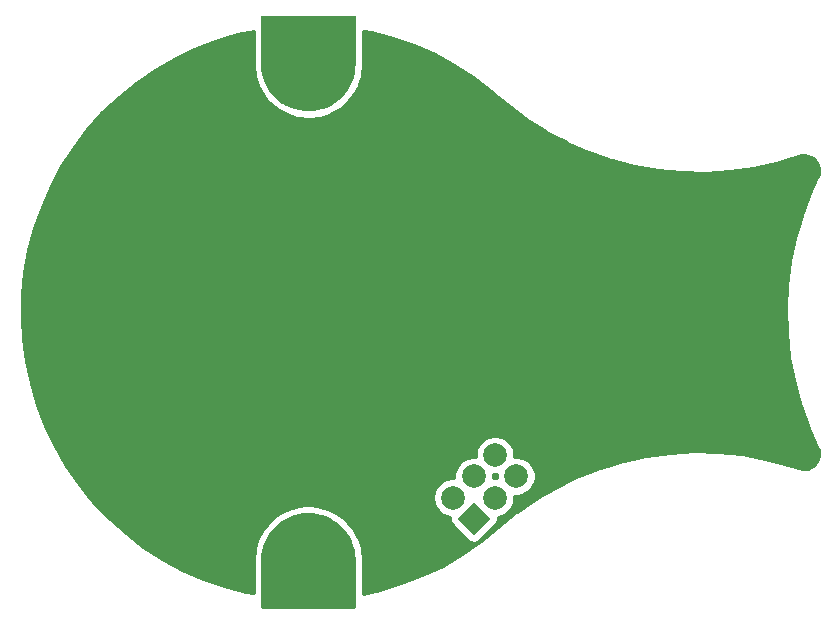
<source format=gbr>
%TF.GenerationSoftware,KiCad,Pcbnew,(5.1.10)-1*%
%TF.CreationDate,2021-08-17T14:11:04+10:00*%
%TF.ProjectId,Rockling-LayoutTest,526f636b-6c69-46e6-972d-4c61796f7574,rev?*%
%TF.SameCoordinates,Original*%
%TF.FileFunction,Copper,L2,Bot*%
%TF.FilePolarity,Positive*%
%FSLAX46Y46*%
G04 Gerber Fmt 4.6, Leading zero omitted, Abs format (unit mm)*
G04 Created by KiCad (PCBNEW (5.1.10)-1) date 2021-08-17 14:11:04*
%MOMM*%
%LPD*%
G01*
G04 APERTURE LIST*
%TA.AperFunction,ComponentPad*%
%ADD10C,2.000000*%
%TD*%
%TA.AperFunction,ComponentPad*%
%ADD11C,0.100000*%
%TD*%
%TA.AperFunction,NonConductor*%
%ADD12C,0.254000*%
%TD*%
%TA.AperFunction,NonConductor*%
%ADD13C,0.100000*%
%TD*%
G04 APERTURE END LIST*
D10*
%TO.P,REF\u002A\u002A,3*%
%TO.N,N/C*%
X115800000Y-112107897D03*
%TO.P,REF\u002A\u002A,4*%
X117596051Y-113903948D03*
%TO.P,REF\u002A\u002A,2*%
X114003948Y-113903948D03*
%TO.P,REF\u002A\u002A,5*%
X115800000Y-115700000D03*
%TA.AperFunction,ComponentPad*%
D11*
%TO.P,REF\u002A\u002A,6*%
G36*
X115418162Y-117496051D02*
G01*
X114003948Y-118910265D01*
X112589734Y-117496051D01*
X114003948Y-116081837D01*
X115418162Y-117496051D01*
G37*
%TD.AperFunction*%
D10*
%TO.P,REF\u002A\u002A,1*%
X112207897Y-115700000D03*
%TD*%
%TA.AperFunction,ComponentPad*%
D11*
%TO.P,REF\u002A\u002A,1*%
%TO.N,N/C*%
G36*
X99642346Y-82983860D02*
G01*
X99642344Y-82983860D01*
X99640951Y-82983792D01*
X99636783Y-82983354D01*
X99632616Y-82982975D01*
X99255296Y-82929946D01*
X99253915Y-82929742D01*
X99249789Y-82928895D01*
X99245699Y-82928115D01*
X98875359Y-82838521D01*
X98875354Y-82838520D01*
X98875348Y-82838518D01*
X98874001Y-82838182D01*
X98870024Y-82836951D01*
X98865982Y-82835762D01*
X98506154Y-82710456D01*
X98506148Y-82710454D01*
X98506141Y-82710451D01*
X98504833Y-82709985D01*
X98501003Y-82708375D01*
X98497090Y-82706794D01*
X98151208Y-82546974D01*
X98151200Y-82546971D01*
X98151191Y-82546966D01*
X98149938Y-82546376D01*
X98146252Y-82544384D01*
X98142543Y-82542444D01*
X97813909Y-82349636D01*
X97813900Y-82349631D01*
X97813890Y-82349624D01*
X97812702Y-82348916D01*
X97809281Y-82346609D01*
X97805725Y-82344282D01*
X97497467Y-82120319D01*
X97496344Y-82119490D01*
X97493148Y-82116846D01*
X97489853Y-82114197D01*
X97204921Y-81861223D01*
X97203884Y-81860288D01*
X97200948Y-81857332D01*
X97197941Y-81854387D01*
X96939054Y-81574815D01*
X96938113Y-81573784D01*
X96935466Y-81570539D01*
X96932774Y-81567331D01*
X96702405Y-81263831D01*
X96701569Y-81262713D01*
X96699272Y-81259255D01*
X96696885Y-81255770D01*
X96497232Y-80931238D01*
X96496509Y-80930043D01*
X96494533Y-80926327D01*
X96492526Y-80922676D01*
X96325498Y-80580218D01*
X96325493Y-80580210D01*
X96325489Y-80580200D01*
X96324891Y-80578951D01*
X96323300Y-80575091D01*
X96321645Y-80571230D01*
X96188833Y-80214110D01*
X96188828Y-80214099D01*
X96188824Y-80214085D01*
X96188352Y-80212788D01*
X96187145Y-80208791D01*
X96185875Y-80204787D01*
X96088546Y-79836413D01*
X96088542Y-79836399D01*
X96088538Y-79836382D01*
X96088196Y-79835048D01*
X96087393Y-79830994D01*
X96086511Y-79826843D01*
X96025592Y-79450717D01*
X96025379Y-79449338D01*
X96024972Y-79445189D01*
X96024503Y-79441008D01*
X96000578Y-79060731D01*
X96000501Y-79059337D01*
X96000501Y-79057254D01*
X96000383Y-79055150D01*
X96000003Y-79000698D01*
X96000003Y-79000050D01*
X96000001Y-79000000D01*
X96000000Y-75000000D01*
X96000005Y-74999363D01*
X96000002Y-74999302D01*
X96000005Y-74999241D01*
X96000010Y-74998604D01*
X96000293Y-74994098D01*
X96000548Y-74989547D01*
X96000601Y-74989206D01*
X96000623Y-74988853D01*
X96001349Y-74984372D01*
X96002042Y-74979892D01*
X96002130Y-74979551D01*
X96002185Y-74979209D01*
X96003334Y-74974861D01*
X96004472Y-74970429D01*
X96004592Y-74970098D01*
X96004681Y-74969763D01*
X96006268Y-74965495D01*
X96007814Y-74961248D01*
X96007963Y-74960938D01*
X96008086Y-74960606D01*
X96010095Y-74956488D01*
X96012035Y-74952438D01*
X96012215Y-74952141D01*
X96012369Y-74951825D01*
X96014746Y-74947961D01*
X96017096Y-74944081D01*
X96017306Y-74943800D01*
X96017489Y-74943503D01*
X96020241Y-74939878D01*
X96022949Y-74936258D01*
X96023182Y-74936002D01*
X96023396Y-74935721D01*
X96026492Y-74932378D01*
X96029537Y-74929043D01*
X96029797Y-74928809D01*
X96030034Y-74928553D01*
X96033430Y-74925538D01*
X96036797Y-74922506D01*
X96037077Y-74922300D01*
X96037340Y-74922066D01*
X96041006Y-74919403D01*
X96044661Y-74916708D01*
X96044964Y-74916527D01*
X96045244Y-74916324D01*
X96049117Y-74914051D01*
X96053053Y-74911705D01*
X96053372Y-74911555D01*
X96053670Y-74911380D01*
X96057732Y-74909503D01*
X96061893Y-74907545D01*
X96062228Y-74907426D01*
X96062539Y-74907282D01*
X96066757Y-74905813D01*
X96071097Y-74904268D01*
X96071441Y-74904182D01*
X96071766Y-74904069D01*
X96076131Y-74903013D01*
X96080577Y-74901904D01*
X96080924Y-74901853D01*
X96081262Y-74901771D01*
X96085699Y-74901148D01*
X96090242Y-74900477D01*
X96090598Y-74900460D01*
X96090937Y-74900412D01*
X96095447Y-74900223D01*
X96100000Y-74900000D01*
X103900000Y-74900000D01*
X103900637Y-74900005D01*
X103900698Y-74900002D01*
X103900759Y-74900005D01*
X103901396Y-74900010D01*
X103905902Y-74900293D01*
X103910453Y-74900548D01*
X103910794Y-74900601D01*
X103911147Y-74900623D01*
X103915628Y-74901349D01*
X103920108Y-74902042D01*
X103920449Y-74902130D01*
X103920791Y-74902185D01*
X103925139Y-74903334D01*
X103929571Y-74904472D01*
X103929902Y-74904592D01*
X103930237Y-74904681D01*
X103934505Y-74906268D01*
X103938752Y-74907814D01*
X103939062Y-74907963D01*
X103939394Y-74908086D01*
X103943512Y-74910095D01*
X103947562Y-74912035D01*
X103947859Y-74912215D01*
X103948175Y-74912369D01*
X103952039Y-74914746D01*
X103955919Y-74917096D01*
X103956200Y-74917306D01*
X103956497Y-74917489D01*
X103960122Y-74920241D01*
X103963742Y-74922949D01*
X103963998Y-74923182D01*
X103964279Y-74923396D01*
X103967622Y-74926492D01*
X103970957Y-74929537D01*
X103971191Y-74929797D01*
X103971447Y-74930034D01*
X103974462Y-74933430D01*
X103977494Y-74936797D01*
X103977700Y-74937077D01*
X103977934Y-74937340D01*
X103980597Y-74941006D01*
X103983292Y-74944661D01*
X103983473Y-74944964D01*
X103983676Y-74945244D01*
X103985949Y-74949117D01*
X103988295Y-74953053D01*
X103988445Y-74953372D01*
X103988620Y-74953670D01*
X103990497Y-74957732D01*
X103992455Y-74961893D01*
X103992574Y-74962228D01*
X103992718Y-74962539D01*
X103994187Y-74966757D01*
X103995732Y-74971097D01*
X103995818Y-74971441D01*
X103995931Y-74971766D01*
X103996987Y-74976131D01*
X103998096Y-74980577D01*
X103998147Y-74980924D01*
X103998229Y-74981262D01*
X103998852Y-74985699D01*
X103999523Y-74990242D01*
X103999540Y-74990598D01*
X103999588Y-74990937D01*
X103999777Y-74995447D01*
X104000000Y-75000000D01*
X104000000Y-79000000D01*
X103999990Y-79001396D01*
X103999880Y-79003146D01*
X103999880Y-79004885D01*
X103981267Y-79385458D01*
X103981188Y-79386852D01*
X103980724Y-79390996D01*
X103980313Y-79395181D01*
X103924651Y-79772123D01*
X103924437Y-79773502D01*
X103923576Y-79777553D01*
X103922754Y-79781706D01*
X103830575Y-80151416D01*
X103830227Y-80152768D01*
X103828975Y-80156715D01*
X103827751Y-80160769D01*
X103699935Y-80519719D01*
X103699457Y-80521031D01*
X103697824Y-80524842D01*
X103696212Y-80528752D01*
X103533978Y-80873517D01*
X103533374Y-80874776D01*
X103531360Y-80878440D01*
X103529391Y-80882143D01*
X103334288Y-81209431D01*
X103333564Y-81210625D01*
X103331197Y-81214083D01*
X103328881Y-81217568D01*
X103102772Y-81524256D01*
X103101936Y-81525374D01*
X103099216Y-81528616D01*
X103096597Y-81531827D01*
X102993428Y-81646409D01*
X102724301Y-81646409D01*
X102660618Y-81710092D01*
X102696287Y-81677521D01*
X102724301Y-81646409D01*
X102993428Y-81646409D01*
X102841640Y-81814986D01*
X102840698Y-81816017D01*
X102837696Y-81818957D01*
X102834755Y-81821919D01*
X102553383Y-82078847D01*
X102552345Y-82079781D01*
X102549086Y-82082401D01*
X102545855Y-82085074D01*
X102240767Y-82313310D01*
X102240754Y-82313320D01*
X102240738Y-82313331D01*
X102239631Y-82314147D01*
X102236122Y-82316444D01*
X102232655Y-82318782D01*
X101906737Y-82516165D01*
X101906736Y-82516166D01*
X101906725Y-82516172D01*
X101905538Y-82516880D01*
X101901798Y-82518836D01*
X101898142Y-82520812D01*
X101554535Y-82685440D01*
X101554519Y-82685449D01*
X101554499Y-82685457D01*
X101553255Y-82686042D01*
X101549404Y-82687598D01*
X101545512Y-82689234D01*
X101187481Y-82819548D01*
X101187463Y-82819555D01*
X101187441Y-82819562D01*
X101186148Y-82820022D01*
X101182164Y-82821195D01*
X101178130Y-82822443D01*
X100809097Y-82917194D01*
X100809073Y-82917201D01*
X100809045Y-82917207D01*
X100807718Y-82917538D01*
X100803636Y-82918317D01*
X100799503Y-82919165D01*
X100422960Y-82977457D01*
X100421579Y-82977660D01*
X100417445Y-82978036D01*
X100413243Y-82978478D01*
X100032809Y-82999748D01*
X100031415Y-82999816D01*
X100027227Y-82999787D01*
X100023039Y-82999816D01*
X99642346Y-82983860D01*
G37*
%TD.AperFunction*%
%TD*%
%TA.AperFunction,ComponentPad*%
%TO.P,REF\u002A\u002A,1*%
%TO.N,N/C*%
G36*
X100357654Y-117016140D02*
G01*
X100357656Y-117016140D01*
X100359049Y-117016208D01*
X100363217Y-117016646D01*
X100367384Y-117017025D01*
X100744704Y-117070054D01*
X100746085Y-117070258D01*
X100750211Y-117071105D01*
X100754301Y-117071885D01*
X101124641Y-117161479D01*
X101124646Y-117161480D01*
X101124652Y-117161482D01*
X101125999Y-117161818D01*
X101129976Y-117163049D01*
X101134018Y-117164238D01*
X101493846Y-117289544D01*
X101493852Y-117289546D01*
X101493859Y-117289549D01*
X101495167Y-117290015D01*
X101498997Y-117291625D01*
X101502910Y-117293206D01*
X101848792Y-117453026D01*
X101848800Y-117453029D01*
X101848809Y-117453034D01*
X101850062Y-117453624D01*
X101853748Y-117455616D01*
X101857457Y-117457556D01*
X102186091Y-117650364D01*
X102186100Y-117650369D01*
X102186110Y-117650376D01*
X102187298Y-117651084D01*
X102190719Y-117653391D01*
X102194275Y-117655718D01*
X102502533Y-117879681D01*
X102503656Y-117880510D01*
X102506852Y-117883154D01*
X102510147Y-117885803D01*
X102795079Y-118138777D01*
X102796116Y-118139712D01*
X102799052Y-118142668D01*
X102802059Y-118145613D01*
X103060946Y-118425185D01*
X103061887Y-118426216D01*
X103064534Y-118429461D01*
X103067226Y-118432669D01*
X103297595Y-118736169D01*
X103298431Y-118737287D01*
X103300728Y-118740745D01*
X103303115Y-118744230D01*
X103502768Y-119068762D01*
X103503491Y-119069957D01*
X103505467Y-119073673D01*
X103507474Y-119077324D01*
X103674502Y-119419782D01*
X103674507Y-119419790D01*
X103674511Y-119419800D01*
X103675109Y-119421049D01*
X103676700Y-119424909D01*
X103678355Y-119428770D01*
X103811167Y-119785890D01*
X103811172Y-119785901D01*
X103811176Y-119785915D01*
X103811648Y-119787212D01*
X103812855Y-119791209D01*
X103814125Y-119795213D01*
X103911454Y-120163587D01*
X103911458Y-120163601D01*
X103911462Y-120163618D01*
X103911804Y-120164952D01*
X103912607Y-120169006D01*
X103913489Y-120173157D01*
X103974408Y-120549283D01*
X103974621Y-120550662D01*
X103975028Y-120554811D01*
X103975497Y-120558992D01*
X103999422Y-120939269D01*
X103999499Y-120940663D01*
X103999499Y-120942746D01*
X103999617Y-120944850D01*
X103999997Y-120999302D01*
X103999997Y-120999950D01*
X103999999Y-121000000D01*
X104000000Y-125000000D01*
X103999995Y-125000637D01*
X103999998Y-125000698D01*
X103999995Y-125000759D01*
X103999990Y-125001396D01*
X103999707Y-125005902D01*
X103999452Y-125010453D01*
X103999399Y-125010794D01*
X103999377Y-125011147D01*
X103998651Y-125015628D01*
X103997958Y-125020108D01*
X103997870Y-125020449D01*
X103997815Y-125020791D01*
X103996666Y-125025139D01*
X103995528Y-125029571D01*
X103995408Y-125029902D01*
X103995319Y-125030237D01*
X103993732Y-125034505D01*
X103992186Y-125038752D01*
X103992037Y-125039062D01*
X103991914Y-125039394D01*
X103989905Y-125043512D01*
X103987965Y-125047562D01*
X103987785Y-125047859D01*
X103987631Y-125048175D01*
X103985254Y-125052039D01*
X103982904Y-125055919D01*
X103982694Y-125056200D01*
X103982511Y-125056497D01*
X103979759Y-125060122D01*
X103977051Y-125063742D01*
X103976818Y-125063998D01*
X103976604Y-125064279D01*
X103973508Y-125067622D01*
X103970463Y-125070957D01*
X103970203Y-125071191D01*
X103969966Y-125071447D01*
X103966570Y-125074462D01*
X103963203Y-125077494D01*
X103962923Y-125077700D01*
X103962660Y-125077934D01*
X103958994Y-125080597D01*
X103955339Y-125083292D01*
X103955036Y-125083473D01*
X103954756Y-125083676D01*
X103950883Y-125085949D01*
X103946947Y-125088295D01*
X103946628Y-125088445D01*
X103946330Y-125088620D01*
X103942268Y-125090497D01*
X103938107Y-125092455D01*
X103937772Y-125092574D01*
X103937461Y-125092718D01*
X103933243Y-125094187D01*
X103928903Y-125095732D01*
X103928559Y-125095818D01*
X103928234Y-125095931D01*
X103923869Y-125096987D01*
X103919423Y-125098096D01*
X103919076Y-125098147D01*
X103918738Y-125098229D01*
X103914301Y-125098852D01*
X103909758Y-125099523D01*
X103909402Y-125099540D01*
X103909063Y-125099588D01*
X103904553Y-125099777D01*
X103900000Y-125100000D01*
X96100000Y-125100000D01*
X96099363Y-125099995D01*
X96099302Y-125099998D01*
X96099241Y-125099995D01*
X96098604Y-125099990D01*
X96094098Y-125099707D01*
X96089547Y-125099452D01*
X96089206Y-125099399D01*
X96088853Y-125099377D01*
X96084372Y-125098651D01*
X96079892Y-125097958D01*
X96079551Y-125097870D01*
X96079209Y-125097815D01*
X96074861Y-125096666D01*
X96070429Y-125095528D01*
X96070098Y-125095408D01*
X96069763Y-125095319D01*
X96065495Y-125093732D01*
X96061248Y-125092186D01*
X96060938Y-125092037D01*
X96060606Y-125091914D01*
X96056488Y-125089905D01*
X96052438Y-125087965D01*
X96052141Y-125087785D01*
X96051825Y-125087631D01*
X96047961Y-125085254D01*
X96044081Y-125082904D01*
X96043800Y-125082694D01*
X96043503Y-125082511D01*
X96039878Y-125079759D01*
X96036258Y-125077051D01*
X96036002Y-125076818D01*
X96035721Y-125076604D01*
X96032378Y-125073508D01*
X96029043Y-125070463D01*
X96028809Y-125070203D01*
X96028553Y-125069966D01*
X96025538Y-125066570D01*
X96022506Y-125063203D01*
X96022300Y-125062923D01*
X96022066Y-125062660D01*
X96019403Y-125058994D01*
X96016708Y-125055339D01*
X96016527Y-125055036D01*
X96016324Y-125054756D01*
X96014051Y-125050883D01*
X96011705Y-125046947D01*
X96011555Y-125046628D01*
X96011380Y-125046330D01*
X96009503Y-125042268D01*
X96007545Y-125038107D01*
X96007426Y-125037772D01*
X96007282Y-125037461D01*
X96005813Y-125033243D01*
X96004268Y-125028903D01*
X96004182Y-125028559D01*
X96004069Y-125028234D01*
X96003013Y-125023869D01*
X96001904Y-125019423D01*
X96001853Y-125019076D01*
X96001771Y-125018738D01*
X96001148Y-125014301D01*
X96000477Y-125009758D01*
X96000460Y-125009402D01*
X96000412Y-125009063D01*
X96000223Y-125004553D01*
X96000000Y-125000000D01*
X96000000Y-121000000D01*
X96000010Y-120998604D01*
X96000120Y-120996854D01*
X96000120Y-120995115D01*
X96018733Y-120614542D01*
X96018812Y-120613148D01*
X96019276Y-120609004D01*
X96019687Y-120604819D01*
X96075349Y-120227877D01*
X96075563Y-120226498D01*
X96076424Y-120222447D01*
X96077246Y-120218294D01*
X96169425Y-119848584D01*
X96169773Y-119847232D01*
X96171025Y-119843285D01*
X96172249Y-119839231D01*
X96300065Y-119480281D01*
X96300543Y-119478969D01*
X96302176Y-119475158D01*
X96303788Y-119471248D01*
X96466022Y-119126483D01*
X96466626Y-119125224D01*
X96468640Y-119121560D01*
X96470609Y-119117857D01*
X96665712Y-118790569D01*
X96666436Y-118789375D01*
X96668803Y-118785917D01*
X96671119Y-118782432D01*
X96897228Y-118475744D01*
X96898064Y-118474626D01*
X96900784Y-118471384D01*
X96903403Y-118468173D01*
X97006572Y-118353591D01*
X97275699Y-118353591D01*
X97339382Y-118289908D01*
X97303713Y-118322479D01*
X97275699Y-118353591D01*
X97006572Y-118353591D01*
X97158360Y-118185014D01*
X97159302Y-118183983D01*
X97162304Y-118181043D01*
X97165245Y-118178081D01*
X97446617Y-117921153D01*
X97447655Y-117920219D01*
X97450914Y-117917599D01*
X97454145Y-117914926D01*
X97759233Y-117686690D01*
X97759246Y-117686680D01*
X97759262Y-117686669D01*
X97760369Y-117685853D01*
X97763878Y-117683556D01*
X97767345Y-117681218D01*
X98093263Y-117483835D01*
X98093264Y-117483834D01*
X98093275Y-117483828D01*
X98094462Y-117483120D01*
X98098202Y-117481164D01*
X98101858Y-117479188D01*
X98445465Y-117314560D01*
X98445481Y-117314551D01*
X98445501Y-117314543D01*
X98446745Y-117313958D01*
X98450596Y-117312402D01*
X98454488Y-117310766D01*
X98812519Y-117180452D01*
X98812537Y-117180445D01*
X98812559Y-117180438D01*
X98813852Y-117179978D01*
X98817836Y-117178805D01*
X98821870Y-117177557D01*
X99190903Y-117082806D01*
X99190927Y-117082799D01*
X99190955Y-117082793D01*
X99192282Y-117082462D01*
X99196364Y-117081683D01*
X99200497Y-117080835D01*
X99577040Y-117022543D01*
X99578421Y-117022340D01*
X99582555Y-117021964D01*
X99586757Y-117021522D01*
X99967191Y-117000252D01*
X99968585Y-117000184D01*
X99972773Y-117000213D01*
X99976961Y-117000184D01*
X100357654Y-117016140D01*
G37*
%TD.AperFunction*%
%TD*%
D12*
X95361929Y-79000000D02*
X95361931Y-79000050D01*
X95361931Y-79000698D01*
X95361947Y-79005151D01*
X95362327Y-79059603D01*
X95365807Y-79121851D01*
X95365812Y-79121894D01*
X95366287Y-79130959D01*
X95366433Y-79132347D01*
X95366908Y-79136723D01*
X95451752Y-79893127D01*
X95461718Y-79954657D01*
X95462675Y-79959161D01*
X95463571Y-79963685D01*
X95479977Y-80028506D01*
X95480387Y-80029830D01*
X95484080Y-80028686D01*
X95485407Y-80032861D01*
X95481705Y-80034035D01*
X95711850Y-80759544D01*
X95733570Y-80817950D01*
X95735382Y-80822178D01*
X95737156Y-80826482D01*
X95765803Y-80886811D01*
X95766467Y-80888039D01*
X95768595Y-80891941D01*
X96135280Y-81558939D01*
X96167920Y-81611998D01*
X96170555Y-81615847D01*
X96173124Y-81619713D01*
X96212664Y-81672986D01*
X96213553Y-81674062D01*
X96216662Y-81677796D01*
X96705919Y-82260868D01*
X96748245Y-82306578D01*
X96751610Y-82309874D01*
X96754834Y-82313120D01*
X96757491Y-82315529D01*
X96757463Y-82315557D01*
X96757468Y-82315562D01*
X96761942Y-82319566D01*
X96804172Y-82357866D01*
X96805248Y-82358744D01*
X96805445Y-82358503D01*
X96808893Y-82361589D01*
X96808840Y-82361655D01*
X97402026Y-82838588D01*
X97452436Y-82875214D01*
X97456306Y-82877746D01*
X97460166Y-82880350D01*
X97517409Y-82914742D01*
X97518641Y-82915397D01*
X97522558Y-82917462D01*
X98197089Y-83270098D01*
X98253660Y-83296238D01*
X98257934Y-83297965D01*
X98262180Y-83299750D01*
X98281969Y-83306872D01*
X98281733Y-83307485D01*
X98281746Y-83307490D01*
X98289752Y-83309673D01*
X98325226Y-83322439D01*
X98326549Y-83322838D01*
X98327422Y-83319942D01*
X98331540Y-83321065D01*
X98330658Y-83324061D01*
X99060825Y-83538961D01*
X99121381Y-83553613D01*
X99125907Y-83554477D01*
X99130469Y-83555413D01*
X99146089Y-83557775D01*
X99145996Y-83558286D01*
X99146007Y-83558288D01*
X99154626Y-83559065D01*
X99196547Y-83565403D01*
X99197925Y-83565538D01*
X99198174Y-83562992D01*
X99202563Y-83563388D01*
X99202329Y-83565954D01*
X99960334Y-83634938D01*
X100022583Y-83637549D01*
X100027299Y-83637516D01*
X100031838Y-83637548D01*
X100037669Y-83637284D01*
X100037669Y-83637429D01*
X100037679Y-83637429D01*
X100039941Y-83637181D01*
X100098458Y-83634528D01*
X100099837Y-83634393D01*
X100099470Y-83630646D01*
X100103988Y-83630150D01*
X100104385Y-83633932D01*
X100861354Y-83554371D01*
X100922948Y-83544836D01*
X100927510Y-83543900D01*
X100932036Y-83543036D01*
X100996583Y-83527196D01*
X100997920Y-83526793D01*
X101002458Y-83525406D01*
X101729564Y-83300329D01*
X101788159Y-83279002D01*
X101792439Y-83277203D01*
X101796690Y-83275485D01*
X101856983Y-83247382D01*
X101858216Y-83246727D01*
X101862354Y-83244509D01*
X102531896Y-82882490D01*
X102585216Y-82850199D01*
X102589045Y-82847616D01*
X102592895Y-82845097D01*
X102646668Y-82805752D01*
X102647750Y-82804870D01*
X102651318Y-82801939D01*
X103237790Y-82316766D01*
X103283797Y-82274759D01*
X103287071Y-82271463D01*
X103290404Y-82268198D01*
X103335194Y-82219530D01*
X103336085Y-82218455D01*
X103339291Y-82214555D01*
X103460035Y-82066508D01*
X103820357Y-81624708D01*
X103857325Y-81574570D01*
X103859882Y-81570722D01*
X103862522Y-81566866D01*
X103897355Y-81509786D01*
X103898016Y-81508563D01*
X103893751Y-81506258D01*
X103895890Y-81502507D01*
X103900071Y-81504730D01*
X104257408Y-80832678D01*
X104283935Y-80776311D01*
X104285719Y-80771984D01*
X104287540Y-80767734D01*
X104310577Y-80705118D01*
X104310990Y-80703784D01*
X104312300Y-80699500D01*
X104532295Y-79970840D01*
X104547374Y-79910363D01*
X104548274Y-79905819D01*
X104549227Y-79901335D01*
X104559672Y-79835410D01*
X104559818Y-79834022D01*
X104560274Y-79829538D01*
X104634549Y-79072023D01*
X104636548Y-79031139D01*
X104638046Y-79005967D01*
X104638056Y-79004571D01*
X104638072Y-79000000D01*
X104638072Y-76174840D01*
X105294598Y-76294629D01*
X107138186Y-76783116D01*
X108937751Y-77414738D01*
X110682211Y-78185606D01*
X112360832Y-79090976D01*
X113963223Y-80125247D01*
X115486154Y-81287106D01*
X116074837Y-81789889D01*
X116075590Y-81790483D01*
X116076292Y-81791128D01*
X116783800Y-82392111D01*
X116799936Y-82404761D01*
X116815848Y-82417777D01*
X118382902Y-83600008D01*
X118428690Y-83631811D01*
X120083671Y-84687449D01*
X120131813Y-84715561D01*
X121864516Y-85638097D01*
X121900578Y-85655515D01*
X121914716Y-85662344D01*
X123714459Y-86446091D01*
X123766406Y-86466325D01*
X125622092Y-87106448D01*
X125654712Y-87116285D01*
X125675467Y-87122544D01*
X127575659Y-87615100D01*
X127596966Y-87619738D01*
X127630131Y-87626959D01*
X129563110Y-87968908D01*
X129615352Y-87976047D01*
X129618345Y-87976456D01*
X131572193Y-88165691D01*
X131627851Y-88168883D01*
X133590522Y-88204237D01*
X133646259Y-88203052D01*
X135605655Y-88084308D01*
X135661127Y-88078753D01*
X135661130Y-88078752D01*
X137605166Y-87806643D01*
X137660031Y-87796754D01*
X139576727Y-87372955D01*
X139630647Y-87358791D01*
X141488333Y-86791973D01*
X141779848Y-86721351D01*
X142030725Y-86710757D01*
X142278879Y-86749093D01*
X142514860Y-86834899D01*
X142729683Y-86964909D01*
X142915162Y-87134168D01*
X143064235Y-87336232D01*
X143171218Y-87563398D01*
X143232042Y-87807022D01*
X143244386Y-88057814D01*
X143207783Y-88306234D01*
X143113200Y-88572119D01*
X143111472Y-88575694D01*
X143110339Y-88578776D01*
X143105969Y-88587352D01*
X142503673Y-89893830D01*
X142494413Y-89916186D01*
X142484955Y-89938359D01*
X141786242Y-91772790D01*
X141768460Y-91825627D01*
X141215832Y-93709215D01*
X141215830Y-93709222D01*
X141202247Y-93763291D01*
X140799105Y-95684439D01*
X140791152Y-95731454D01*
X140789807Y-95739407D01*
X140538639Y-97686263D01*
X140538639Y-97686264D01*
X140533682Y-97741792D01*
X140436038Y-99702352D01*
X140435453Y-99758097D01*
X140491933Y-101720275D01*
X140495724Y-101775895D01*
X140705981Y-103727593D01*
X140714123Y-103782744D01*
X141076860Y-105711930D01*
X141085052Y-105747701D01*
X141089305Y-105766272D01*
X141602286Y-107661049D01*
X141618956Y-107714248D01*
X142279018Y-109562937D01*
X142299811Y-109614663D01*
X143094395Y-111386929D01*
X143200900Y-111667323D01*
X143242770Y-111914909D01*
X143235753Y-112165912D01*
X143180118Y-112410771D01*
X143077982Y-112640159D01*
X142933234Y-112845341D01*
X142751392Y-113018499D01*
X142539378Y-113153041D01*
X142305272Y-113243839D01*
X142057987Y-113287437D01*
X141806940Y-113282172D01*
X141531321Y-113221567D01*
X141527557Y-113220300D01*
X141526043Y-113219950D01*
X141522198Y-113218520D01*
X140640104Y-112929284D01*
X140620379Y-112923664D01*
X140600736Y-112917624D01*
X138703224Y-112414849D01*
X138672600Y-112408010D01*
X138648815Y-112402697D01*
X136717707Y-112050349D01*
X136686186Y-112045869D01*
X136662512Y-112042503D01*
X134709712Y-111842754D01*
X134681892Y-111841009D01*
X134654072Y-111839263D01*
X132691618Y-111793345D01*
X132663747Y-111793788D01*
X132635876Y-111794230D01*
X130675869Y-111902426D01*
X130620369Y-111907682D01*
X128674894Y-112169324D01*
X128619977Y-112178918D01*
X126701026Y-112592395D01*
X126691904Y-112594739D01*
X126647032Y-112606268D01*
X124766438Y-113169028D01*
X124746583Y-113175830D01*
X124713697Y-113187095D01*
X122883054Y-113895671D01*
X122835548Y-113916239D01*
X122831894Y-113917821D01*
X121062489Y-114767843D01*
X121013224Y-114793937D01*
X119315965Y-115780165D01*
X119295972Y-115792858D01*
X119268900Y-115810045D01*
X117654252Y-116926398D01*
X117636511Y-116939723D01*
X117609676Y-116959878D01*
X116087621Y-118199450D01*
X116087592Y-118199472D01*
X114587137Y-119421453D01*
X113018387Y-120506072D01*
X111369352Y-121464279D01*
X109650257Y-122290132D01*
X107871634Y-122978573D01*
X106044489Y-123525338D01*
X104638072Y-123828380D01*
X104638071Y-121000000D01*
X104638069Y-120999950D01*
X104638069Y-120999302D01*
X104638053Y-120994849D01*
X104637673Y-120940397D01*
X104634193Y-120878149D01*
X104634188Y-120878106D01*
X104633713Y-120869041D01*
X104633567Y-120867653D01*
X104633092Y-120863277D01*
X104548248Y-120106873D01*
X104538282Y-120045343D01*
X104537325Y-120040839D01*
X104536429Y-120036315D01*
X104520023Y-119971494D01*
X104519613Y-119970170D01*
X104515920Y-119971314D01*
X104514593Y-119967139D01*
X104518295Y-119965965D01*
X104288150Y-119240456D01*
X104266430Y-119182050D01*
X104264618Y-119177822D01*
X104262844Y-119173518D01*
X104234197Y-119113189D01*
X104233533Y-119111961D01*
X104231405Y-119108059D01*
X103864720Y-118441061D01*
X103832080Y-118388002D01*
X103829445Y-118384153D01*
X103826876Y-118380287D01*
X103787336Y-118327014D01*
X103786447Y-118325938D01*
X103783338Y-118322204D01*
X103294081Y-117739132D01*
X103251755Y-117693422D01*
X103248390Y-117690126D01*
X103245166Y-117686880D01*
X103242509Y-117684471D01*
X103242537Y-117684443D01*
X103242532Y-117684438D01*
X103238058Y-117680434D01*
X103195828Y-117642134D01*
X103194752Y-117641256D01*
X103194555Y-117641497D01*
X103191107Y-117638411D01*
X103191160Y-117638345D01*
X102597974Y-117161412D01*
X102547564Y-117124786D01*
X102543694Y-117122254D01*
X102539834Y-117119650D01*
X102482591Y-117085258D01*
X102481359Y-117084603D01*
X102477442Y-117082538D01*
X101802911Y-116729902D01*
X101746340Y-116703762D01*
X101742066Y-116702035D01*
X101737820Y-116700250D01*
X101718031Y-116693128D01*
X101718267Y-116692515D01*
X101718254Y-116692510D01*
X101710248Y-116690327D01*
X101674774Y-116677561D01*
X101673451Y-116677162D01*
X101672578Y-116680058D01*
X101668460Y-116678935D01*
X101669342Y-116675939D01*
X100939175Y-116461039D01*
X100878619Y-116446387D01*
X100874093Y-116445523D01*
X100869531Y-116444587D01*
X100853911Y-116442225D01*
X100854004Y-116441714D01*
X100853993Y-116441712D01*
X100845374Y-116440935D01*
X100803453Y-116434597D01*
X100802075Y-116434462D01*
X100801826Y-116437008D01*
X100797437Y-116436612D01*
X100797671Y-116434046D01*
X100039666Y-116365062D01*
X99977417Y-116362451D01*
X99972701Y-116362484D01*
X99968162Y-116362452D01*
X99962331Y-116362716D01*
X99962331Y-116362571D01*
X99962321Y-116362571D01*
X99960059Y-116362819D01*
X99901542Y-116365472D01*
X99900163Y-116365607D01*
X99900530Y-116369354D01*
X99896012Y-116369850D01*
X99895615Y-116366068D01*
X99138646Y-116445629D01*
X99077052Y-116455164D01*
X99072490Y-116456100D01*
X99067964Y-116456964D01*
X99003417Y-116472804D01*
X99002080Y-116473207D01*
X98997542Y-116474594D01*
X98270436Y-116699671D01*
X98211841Y-116720998D01*
X98207561Y-116722797D01*
X98203310Y-116724515D01*
X98143017Y-116752618D01*
X98141784Y-116753273D01*
X98137646Y-116755491D01*
X97468104Y-117117510D01*
X97414784Y-117149801D01*
X97410955Y-117152384D01*
X97407105Y-117154903D01*
X97353332Y-117194248D01*
X97352250Y-117195130D01*
X97348682Y-117198061D01*
X96762210Y-117683234D01*
X96716203Y-117725241D01*
X96712929Y-117728537D01*
X96709596Y-117731802D01*
X96664806Y-117780470D01*
X96663915Y-117781545D01*
X96660709Y-117785445D01*
X96539965Y-117933492D01*
X96179643Y-118375292D01*
X96142675Y-118425430D01*
X96140118Y-118429278D01*
X96137478Y-118433134D01*
X96102645Y-118490214D01*
X96101984Y-118491437D01*
X96106249Y-118493742D01*
X96104110Y-118497493D01*
X96099929Y-118495270D01*
X95742592Y-119167322D01*
X95716065Y-119223689D01*
X95714281Y-119228016D01*
X95712460Y-119232266D01*
X95689423Y-119294882D01*
X95689010Y-119296216D01*
X95687700Y-119300500D01*
X95467705Y-120029160D01*
X95452626Y-120089637D01*
X95451726Y-120094181D01*
X95450773Y-120098665D01*
X95440328Y-120164590D01*
X95440182Y-120165978D01*
X95439726Y-120170462D01*
X95365451Y-120927977D01*
X95363452Y-120968861D01*
X95361954Y-120994033D01*
X95361944Y-120995429D01*
X95361928Y-121000000D01*
X95361928Y-123825160D01*
X94705402Y-123705371D01*
X92861814Y-123216884D01*
X91062249Y-122585262D01*
X89317789Y-121814394D01*
X87639168Y-120909024D01*
X86036776Y-119874753D01*
X84520459Y-118717939D01*
X83099592Y-117445734D01*
X81782914Y-116065964D01*
X81353724Y-115538967D01*
X110572897Y-115538967D01*
X110572897Y-115861033D01*
X110635729Y-116176912D01*
X110758979Y-116474463D01*
X110937910Y-116742252D01*
X111165645Y-116969987D01*
X111433434Y-117148918D01*
X111730985Y-117272168D01*
X111979104Y-117321522D01*
X111963922Y-117371569D01*
X111951662Y-117496051D01*
X111963922Y-117620533D01*
X112000232Y-117740231D01*
X112059197Y-117850545D01*
X112138549Y-117947236D01*
X113552763Y-119361450D01*
X113649454Y-119440802D01*
X113759768Y-119499767D01*
X113879466Y-119536077D01*
X114003948Y-119548337D01*
X114128430Y-119536077D01*
X114248128Y-119499767D01*
X114358442Y-119440802D01*
X114455133Y-119361450D01*
X115869347Y-117947236D01*
X115948699Y-117850545D01*
X116007664Y-117740231D01*
X116043974Y-117620533D01*
X116056234Y-117496051D01*
X116043974Y-117371569D01*
X116028792Y-117321522D01*
X116276912Y-117272168D01*
X116574463Y-117148918D01*
X116842252Y-116969987D01*
X117069987Y-116742252D01*
X117248918Y-116474463D01*
X117372168Y-116176912D01*
X117435000Y-115861033D01*
X117435000Y-115538967D01*
X117434995Y-115538943D01*
X117435018Y-115538948D01*
X117757084Y-115538948D01*
X118072963Y-115476116D01*
X118370514Y-115352866D01*
X118638303Y-115173935D01*
X118866038Y-114946200D01*
X119044969Y-114678411D01*
X119168219Y-114380860D01*
X119231051Y-114064981D01*
X119231051Y-113742915D01*
X119168219Y-113427036D01*
X119044969Y-113129485D01*
X118866038Y-112861696D01*
X118638303Y-112633961D01*
X118370514Y-112455030D01*
X118072963Y-112331780D01*
X117757084Y-112268948D01*
X117435018Y-112268948D01*
X117434996Y-112268952D01*
X117435000Y-112268930D01*
X117435000Y-111946864D01*
X117372168Y-111630985D01*
X117248918Y-111333434D01*
X117069987Y-111065645D01*
X116842252Y-110837910D01*
X116574463Y-110658979D01*
X116276912Y-110535729D01*
X115961033Y-110472897D01*
X115638967Y-110472897D01*
X115323088Y-110535729D01*
X115025537Y-110658979D01*
X114757748Y-110837910D01*
X114530013Y-111065645D01*
X114351082Y-111333434D01*
X114227832Y-111630985D01*
X114165000Y-111946864D01*
X114165000Y-112268930D01*
X114165005Y-112268953D01*
X114164981Y-112268948D01*
X113842915Y-112268948D01*
X113527036Y-112331780D01*
X113229485Y-112455030D01*
X112961696Y-112633961D01*
X112733961Y-112861696D01*
X112555030Y-113129485D01*
X112431780Y-113427036D01*
X112368948Y-113742915D01*
X112368948Y-114064981D01*
X112368953Y-114065005D01*
X112368930Y-114065000D01*
X112046864Y-114065000D01*
X111730985Y-114127832D01*
X111433434Y-114251082D01*
X111165645Y-114430013D01*
X110937910Y-114657748D01*
X110758979Y-114925537D01*
X110635729Y-115223088D01*
X110572897Y-115538967D01*
X81353724Y-115538967D01*
X80578547Y-114587137D01*
X79493928Y-113018387D01*
X78535721Y-111369352D01*
X77709868Y-109650257D01*
X77021427Y-107871634D01*
X76474662Y-106044489D01*
X76072936Y-104180079D01*
X75818732Y-102289905D01*
X75713611Y-100385600D01*
X75758223Y-98478926D01*
X75952296Y-96581623D01*
X76294629Y-94705402D01*
X76783116Y-92861814D01*
X77414738Y-91062249D01*
X78185606Y-89317789D01*
X79090976Y-87639168D01*
X80125247Y-86036777D01*
X81282061Y-84520459D01*
X82554272Y-83099586D01*
X83934037Y-81782913D01*
X85412863Y-80578547D01*
X86981613Y-79493928D01*
X88630648Y-78535721D01*
X90349753Y-77709864D01*
X92128366Y-77021427D01*
X93955512Y-76474662D01*
X95361928Y-76171620D01*
X95361929Y-79000000D01*
%TA.AperFunction,NonConductor*%
D13*
G36*
X95361929Y-79000000D02*
G01*
X95361931Y-79000050D01*
X95361931Y-79000698D01*
X95361947Y-79005151D01*
X95362327Y-79059603D01*
X95365807Y-79121851D01*
X95365812Y-79121894D01*
X95366287Y-79130959D01*
X95366433Y-79132347D01*
X95366908Y-79136723D01*
X95451752Y-79893127D01*
X95461718Y-79954657D01*
X95462675Y-79959161D01*
X95463571Y-79963685D01*
X95479977Y-80028506D01*
X95480387Y-80029830D01*
X95484080Y-80028686D01*
X95485407Y-80032861D01*
X95481705Y-80034035D01*
X95711850Y-80759544D01*
X95733570Y-80817950D01*
X95735382Y-80822178D01*
X95737156Y-80826482D01*
X95765803Y-80886811D01*
X95766467Y-80888039D01*
X95768595Y-80891941D01*
X96135280Y-81558939D01*
X96167920Y-81611998D01*
X96170555Y-81615847D01*
X96173124Y-81619713D01*
X96212664Y-81672986D01*
X96213553Y-81674062D01*
X96216662Y-81677796D01*
X96705919Y-82260868D01*
X96748245Y-82306578D01*
X96751610Y-82309874D01*
X96754834Y-82313120D01*
X96757491Y-82315529D01*
X96757463Y-82315557D01*
X96757468Y-82315562D01*
X96761942Y-82319566D01*
X96804172Y-82357866D01*
X96805248Y-82358744D01*
X96805445Y-82358503D01*
X96808893Y-82361589D01*
X96808840Y-82361655D01*
X97402026Y-82838588D01*
X97452436Y-82875214D01*
X97456306Y-82877746D01*
X97460166Y-82880350D01*
X97517409Y-82914742D01*
X97518641Y-82915397D01*
X97522558Y-82917462D01*
X98197089Y-83270098D01*
X98253660Y-83296238D01*
X98257934Y-83297965D01*
X98262180Y-83299750D01*
X98281969Y-83306872D01*
X98281733Y-83307485D01*
X98281746Y-83307490D01*
X98289752Y-83309673D01*
X98325226Y-83322439D01*
X98326549Y-83322838D01*
X98327422Y-83319942D01*
X98331540Y-83321065D01*
X98330658Y-83324061D01*
X99060825Y-83538961D01*
X99121381Y-83553613D01*
X99125907Y-83554477D01*
X99130469Y-83555413D01*
X99146089Y-83557775D01*
X99145996Y-83558286D01*
X99146007Y-83558288D01*
X99154626Y-83559065D01*
X99196547Y-83565403D01*
X99197925Y-83565538D01*
X99198174Y-83562992D01*
X99202563Y-83563388D01*
X99202329Y-83565954D01*
X99960334Y-83634938D01*
X100022583Y-83637549D01*
X100027299Y-83637516D01*
X100031838Y-83637548D01*
X100037669Y-83637284D01*
X100037669Y-83637429D01*
X100037679Y-83637429D01*
X100039941Y-83637181D01*
X100098458Y-83634528D01*
X100099837Y-83634393D01*
X100099470Y-83630646D01*
X100103988Y-83630150D01*
X100104385Y-83633932D01*
X100861354Y-83554371D01*
X100922948Y-83544836D01*
X100927510Y-83543900D01*
X100932036Y-83543036D01*
X100996583Y-83527196D01*
X100997920Y-83526793D01*
X101002458Y-83525406D01*
X101729564Y-83300329D01*
X101788159Y-83279002D01*
X101792439Y-83277203D01*
X101796690Y-83275485D01*
X101856983Y-83247382D01*
X101858216Y-83246727D01*
X101862354Y-83244509D01*
X102531896Y-82882490D01*
X102585216Y-82850199D01*
X102589045Y-82847616D01*
X102592895Y-82845097D01*
X102646668Y-82805752D01*
X102647750Y-82804870D01*
X102651318Y-82801939D01*
X103237790Y-82316766D01*
X103283797Y-82274759D01*
X103287071Y-82271463D01*
X103290404Y-82268198D01*
X103335194Y-82219530D01*
X103336085Y-82218455D01*
X103339291Y-82214555D01*
X103460035Y-82066508D01*
X103820357Y-81624708D01*
X103857325Y-81574570D01*
X103859882Y-81570722D01*
X103862522Y-81566866D01*
X103897355Y-81509786D01*
X103898016Y-81508563D01*
X103893751Y-81506258D01*
X103895890Y-81502507D01*
X103900071Y-81504730D01*
X104257408Y-80832678D01*
X104283935Y-80776311D01*
X104285719Y-80771984D01*
X104287540Y-80767734D01*
X104310577Y-80705118D01*
X104310990Y-80703784D01*
X104312300Y-80699500D01*
X104532295Y-79970840D01*
X104547374Y-79910363D01*
X104548274Y-79905819D01*
X104549227Y-79901335D01*
X104559672Y-79835410D01*
X104559818Y-79834022D01*
X104560274Y-79829538D01*
X104634549Y-79072023D01*
X104636548Y-79031139D01*
X104638046Y-79005967D01*
X104638056Y-79004571D01*
X104638072Y-79000000D01*
X104638072Y-76174840D01*
X105294598Y-76294629D01*
X107138186Y-76783116D01*
X108937751Y-77414738D01*
X110682211Y-78185606D01*
X112360832Y-79090976D01*
X113963223Y-80125247D01*
X115486154Y-81287106D01*
X116074837Y-81789889D01*
X116075590Y-81790483D01*
X116076292Y-81791128D01*
X116783800Y-82392111D01*
X116799936Y-82404761D01*
X116815848Y-82417777D01*
X118382902Y-83600008D01*
X118428690Y-83631811D01*
X120083671Y-84687449D01*
X120131813Y-84715561D01*
X121864516Y-85638097D01*
X121900578Y-85655515D01*
X121914716Y-85662344D01*
X123714459Y-86446091D01*
X123766406Y-86466325D01*
X125622092Y-87106448D01*
X125654712Y-87116285D01*
X125675467Y-87122544D01*
X127575659Y-87615100D01*
X127596966Y-87619738D01*
X127630131Y-87626959D01*
X129563110Y-87968908D01*
X129615352Y-87976047D01*
X129618345Y-87976456D01*
X131572193Y-88165691D01*
X131627851Y-88168883D01*
X133590522Y-88204237D01*
X133646259Y-88203052D01*
X135605655Y-88084308D01*
X135661127Y-88078753D01*
X135661130Y-88078752D01*
X137605166Y-87806643D01*
X137660031Y-87796754D01*
X139576727Y-87372955D01*
X139630647Y-87358791D01*
X141488333Y-86791973D01*
X141779848Y-86721351D01*
X142030725Y-86710757D01*
X142278879Y-86749093D01*
X142514860Y-86834899D01*
X142729683Y-86964909D01*
X142915162Y-87134168D01*
X143064235Y-87336232D01*
X143171218Y-87563398D01*
X143232042Y-87807022D01*
X143244386Y-88057814D01*
X143207783Y-88306234D01*
X143113200Y-88572119D01*
X143111472Y-88575694D01*
X143110339Y-88578776D01*
X143105969Y-88587352D01*
X142503673Y-89893830D01*
X142494413Y-89916186D01*
X142484955Y-89938359D01*
X141786242Y-91772790D01*
X141768460Y-91825627D01*
X141215832Y-93709215D01*
X141215830Y-93709222D01*
X141202247Y-93763291D01*
X140799105Y-95684439D01*
X140791152Y-95731454D01*
X140789807Y-95739407D01*
X140538639Y-97686263D01*
X140538639Y-97686264D01*
X140533682Y-97741792D01*
X140436038Y-99702352D01*
X140435453Y-99758097D01*
X140491933Y-101720275D01*
X140495724Y-101775895D01*
X140705981Y-103727593D01*
X140714123Y-103782744D01*
X141076860Y-105711930D01*
X141085052Y-105747701D01*
X141089305Y-105766272D01*
X141602286Y-107661049D01*
X141618956Y-107714248D01*
X142279018Y-109562937D01*
X142299811Y-109614663D01*
X143094395Y-111386929D01*
X143200900Y-111667323D01*
X143242770Y-111914909D01*
X143235753Y-112165912D01*
X143180118Y-112410771D01*
X143077982Y-112640159D01*
X142933234Y-112845341D01*
X142751392Y-113018499D01*
X142539378Y-113153041D01*
X142305272Y-113243839D01*
X142057987Y-113287437D01*
X141806940Y-113282172D01*
X141531321Y-113221567D01*
X141527557Y-113220300D01*
X141526043Y-113219950D01*
X141522198Y-113218520D01*
X140640104Y-112929284D01*
X140620379Y-112923664D01*
X140600736Y-112917624D01*
X138703224Y-112414849D01*
X138672600Y-112408010D01*
X138648815Y-112402697D01*
X136717707Y-112050349D01*
X136686186Y-112045869D01*
X136662512Y-112042503D01*
X134709712Y-111842754D01*
X134681892Y-111841009D01*
X134654072Y-111839263D01*
X132691618Y-111793345D01*
X132663747Y-111793788D01*
X132635876Y-111794230D01*
X130675869Y-111902426D01*
X130620369Y-111907682D01*
X128674894Y-112169324D01*
X128619977Y-112178918D01*
X126701026Y-112592395D01*
X126691904Y-112594739D01*
X126647032Y-112606268D01*
X124766438Y-113169028D01*
X124746583Y-113175830D01*
X124713697Y-113187095D01*
X122883054Y-113895671D01*
X122835548Y-113916239D01*
X122831894Y-113917821D01*
X121062489Y-114767843D01*
X121013224Y-114793937D01*
X119315965Y-115780165D01*
X119295972Y-115792858D01*
X119268900Y-115810045D01*
X117654252Y-116926398D01*
X117636511Y-116939723D01*
X117609676Y-116959878D01*
X116087621Y-118199450D01*
X116087592Y-118199472D01*
X114587137Y-119421453D01*
X113018387Y-120506072D01*
X111369352Y-121464279D01*
X109650257Y-122290132D01*
X107871634Y-122978573D01*
X106044489Y-123525338D01*
X104638072Y-123828380D01*
X104638071Y-121000000D01*
X104638069Y-120999950D01*
X104638069Y-120999302D01*
X104638053Y-120994849D01*
X104637673Y-120940397D01*
X104634193Y-120878149D01*
X104634188Y-120878106D01*
X104633713Y-120869041D01*
X104633567Y-120867653D01*
X104633092Y-120863277D01*
X104548248Y-120106873D01*
X104538282Y-120045343D01*
X104537325Y-120040839D01*
X104536429Y-120036315D01*
X104520023Y-119971494D01*
X104519613Y-119970170D01*
X104515920Y-119971314D01*
X104514593Y-119967139D01*
X104518295Y-119965965D01*
X104288150Y-119240456D01*
X104266430Y-119182050D01*
X104264618Y-119177822D01*
X104262844Y-119173518D01*
X104234197Y-119113189D01*
X104233533Y-119111961D01*
X104231405Y-119108059D01*
X103864720Y-118441061D01*
X103832080Y-118388002D01*
X103829445Y-118384153D01*
X103826876Y-118380287D01*
X103787336Y-118327014D01*
X103786447Y-118325938D01*
X103783338Y-118322204D01*
X103294081Y-117739132D01*
X103251755Y-117693422D01*
X103248390Y-117690126D01*
X103245166Y-117686880D01*
X103242509Y-117684471D01*
X103242537Y-117684443D01*
X103242532Y-117684438D01*
X103238058Y-117680434D01*
X103195828Y-117642134D01*
X103194752Y-117641256D01*
X103194555Y-117641497D01*
X103191107Y-117638411D01*
X103191160Y-117638345D01*
X102597974Y-117161412D01*
X102547564Y-117124786D01*
X102543694Y-117122254D01*
X102539834Y-117119650D01*
X102482591Y-117085258D01*
X102481359Y-117084603D01*
X102477442Y-117082538D01*
X101802911Y-116729902D01*
X101746340Y-116703762D01*
X101742066Y-116702035D01*
X101737820Y-116700250D01*
X101718031Y-116693128D01*
X101718267Y-116692515D01*
X101718254Y-116692510D01*
X101710248Y-116690327D01*
X101674774Y-116677561D01*
X101673451Y-116677162D01*
X101672578Y-116680058D01*
X101668460Y-116678935D01*
X101669342Y-116675939D01*
X100939175Y-116461039D01*
X100878619Y-116446387D01*
X100874093Y-116445523D01*
X100869531Y-116444587D01*
X100853911Y-116442225D01*
X100854004Y-116441714D01*
X100853993Y-116441712D01*
X100845374Y-116440935D01*
X100803453Y-116434597D01*
X100802075Y-116434462D01*
X100801826Y-116437008D01*
X100797437Y-116436612D01*
X100797671Y-116434046D01*
X100039666Y-116365062D01*
X99977417Y-116362451D01*
X99972701Y-116362484D01*
X99968162Y-116362452D01*
X99962331Y-116362716D01*
X99962331Y-116362571D01*
X99962321Y-116362571D01*
X99960059Y-116362819D01*
X99901542Y-116365472D01*
X99900163Y-116365607D01*
X99900530Y-116369354D01*
X99896012Y-116369850D01*
X99895615Y-116366068D01*
X99138646Y-116445629D01*
X99077052Y-116455164D01*
X99072490Y-116456100D01*
X99067964Y-116456964D01*
X99003417Y-116472804D01*
X99002080Y-116473207D01*
X98997542Y-116474594D01*
X98270436Y-116699671D01*
X98211841Y-116720998D01*
X98207561Y-116722797D01*
X98203310Y-116724515D01*
X98143017Y-116752618D01*
X98141784Y-116753273D01*
X98137646Y-116755491D01*
X97468104Y-117117510D01*
X97414784Y-117149801D01*
X97410955Y-117152384D01*
X97407105Y-117154903D01*
X97353332Y-117194248D01*
X97352250Y-117195130D01*
X97348682Y-117198061D01*
X96762210Y-117683234D01*
X96716203Y-117725241D01*
X96712929Y-117728537D01*
X96709596Y-117731802D01*
X96664806Y-117780470D01*
X96663915Y-117781545D01*
X96660709Y-117785445D01*
X96539965Y-117933492D01*
X96179643Y-118375292D01*
X96142675Y-118425430D01*
X96140118Y-118429278D01*
X96137478Y-118433134D01*
X96102645Y-118490214D01*
X96101984Y-118491437D01*
X96106249Y-118493742D01*
X96104110Y-118497493D01*
X96099929Y-118495270D01*
X95742592Y-119167322D01*
X95716065Y-119223689D01*
X95714281Y-119228016D01*
X95712460Y-119232266D01*
X95689423Y-119294882D01*
X95689010Y-119296216D01*
X95687700Y-119300500D01*
X95467705Y-120029160D01*
X95452626Y-120089637D01*
X95451726Y-120094181D01*
X95450773Y-120098665D01*
X95440328Y-120164590D01*
X95440182Y-120165978D01*
X95439726Y-120170462D01*
X95365451Y-120927977D01*
X95363452Y-120968861D01*
X95361954Y-120994033D01*
X95361944Y-120995429D01*
X95361928Y-121000000D01*
X95361928Y-123825160D01*
X94705402Y-123705371D01*
X92861814Y-123216884D01*
X91062249Y-122585262D01*
X89317789Y-121814394D01*
X87639168Y-120909024D01*
X86036776Y-119874753D01*
X84520459Y-118717939D01*
X83099592Y-117445734D01*
X81782914Y-116065964D01*
X81353724Y-115538967D01*
X110572897Y-115538967D01*
X110572897Y-115861033D01*
X110635729Y-116176912D01*
X110758979Y-116474463D01*
X110937910Y-116742252D01*
X111165645Y-116969987D01*
X111433434Y-117148918D01*
X111730985Y-117272168D01*
X111979104Y-117321522D01*
X111963922Y-117371569D01*
X111951662Y-117496051D01*
X111963922Y-117620533D01*
X112000232Y-117740231D01*
X112059197Y-117850545D01*
X112138549Y-117947236D01*
X113552763Y-119361450D01*
X113649454Y-119440802D01*
X113759768Y-119499767D01*
X113879466Y-119536077D01*
X114003948Y-119548337D01*
X114128430Y-119536077D01*
X114248128Y-119499767D01*
X114358442Y-119440802D01*
X114455133Y-119361450D01*
X115869347Y-117947236D01*
X115948699Y-117850545D01*
X116007664Y-117740231D01*
X116043974Y-117620533D01*
X116056234Y-117496051D01*
X116043974Y-117371569D01*
X116028792Y-117321522D01*
X116276912Y-117272168D01*
X116574463Y-117148918D01*
X116842252Y-116969987D01*
X117069987Y-116742252D01*
X117248918Y-116474463D01*
X117372168Y-116176912D01*
X117435000Y-115861033D01*
X117435000Y-115538967D01*
X117434995Y-115538943D01*
X117435018Y-115538948D01*
X117757084Y-115538948D01*
X118072963Y-115476116D01*
X118370514Y-115352866D01*
X118638303Y-115173935D01*
X118866038Y-114946200D01*
X119044969Y-114678411D01*
X119168219Y-114380860D01*
X119231051Y-114064981D01*
X119231051Y-113742915D01*
X119168219Y-113427036D01*
X119044969Y-113129485D01*
X118866038Y-112861696D01*
X118638303Y-112633961D01*
X118370514Y-112455030D01*
X118072963Y-112331780D01*
X117757084Y-112268948D01*
X117435018Y-112268948D01*
X117434996Y-112268952D01*
X117435000Y-112268930D01*
X117435000Y-111946864D01*
X117372168Y-111630985D01*
X117248918Y-111333434D01*
X117069987Y-111065645D01*
X116842252Y-110837910D01*
X116574463Y-110658979D01*
X116276912Y-110535729D01*
X115961033Y-110472897D01*
X115638967Y-110472897D01*
X115323088Y-110535729D01*
X115025537Y-110658979D01*
X114757748Y-110837910D01*
X114530013Y-111065645D01*
X114351082Y-111333434D01*
X114227832Y-111630985D01*
X114165000Y-111946864D01*
X114165000Y-112268930D01*
X114165005Y-112268953D01*
X114164981Y-112268948D01*
X113842915Y-112268948D01*
X113527036Y-112331780D01*
X113229485Y-112455030D01*
X112961696Y-112633961D01*
X112733961Y-112861696D01*
X112555030Y-113129485D01*
X112431780Y-113427036D01*
X112368948Y-113742915D01*
X112368948Y-114064981D01*
X112368953Y-114065005D01*
X112368930Y-114065000D01*
X112046864Y-114065000D01*
X111730985Y-114127832D01*
X111433434Y-114251082D01*
X111165645Y-114430013D01*
X110937910Y-114657748D01*
X110758979Y-114925537D01*
X110635729Y-115223088D01*
X110572897Y-115538967D01*
X81353724Y-115538967D01*
X80578547Y-114587137D01*
X79493928Y-113018387D01*
X78535721Y-111369352D01*
X77709868Y-109650257D01*
X77021427Y-107871634D01*
X76474662Y-106044489D01*
X76072936Y-104180079D01*
X75818732Y-102289905D01*
X75713611Y-100385600D01*
X75758223Y-98478926D01*
X75952296Y-96581623D01*
X76294629Y-94705402D01*
X76783116Y-92861814D01*
X77414738Y-91062249D01*
X78185606Y-89317789D01*
X79090976Y-87639168D01*
X80125247Y-86036777D01*
X81282061Y-84520459D01*
X82554272Y-83099586D01*
X83934037Y-81782913D01*
X85412863Y-80578547D01*
X86981613Y-79493928D01*
X88630648Y-78535721D01*
X90349753Y-77709864D01*
X92128366Y-77021427D01*
X93955512Y-76474662D01*
X95361928Y-76171620D01*
X95361929Y-79000000D01*
G37*
%TD.AperFunction*%
D12*
X115638967Y-113742897D02*
X115961033Y-113742897D01*
X115961055Y-113742893D01*
X115961051Y-113742915D01*
X115961051Y-114064981D01*
X115961056Y-114065005D01*
X115961033Y-114065000D01*
X115638967Y-114065000D01*
X115638943Y-114065005D01*
X115638948Y-114064981D01*
X115638948Y-113742915D01*
X115638943Y-113742892D01*
X115638967Y-113742897D01*
%TA.AperFunction,NonConductor*%
D13*
G36*
X115638967Y-113742897D02*
G01*
X115961033Y-113742897D01*
X115961055Y-113742893D01*
X115961051Y-113742915D01*
X115961051Y-114064981D01*
X115961056Y-114065005D01*
X115961033Y-114065000D01*
X115638967Y-114065000D01*
X115638943Y-114065005D01*
X115638948Y-114064981D01*
X115638948Y-113742915D01*
X115638943Y-113742892D01*
X115638967Y-113742897D01*
G37*
%TD.AperFunction*%
M02*

</source>
